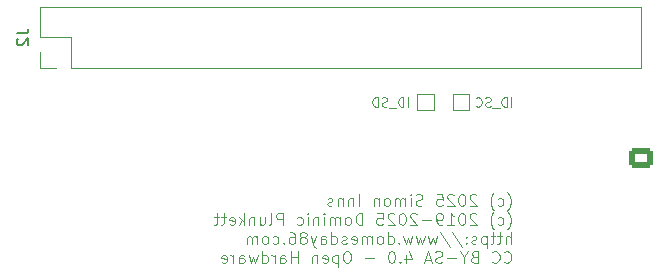
<source format=gbr>
%TF.GenerationSoftware,KiCad,Pcbnew,8.0.8-8.0.8-0~ubuntu24.04.1*%
%TF.CreationDate,2025-02-13T06:57:00+01:00*%
%TF.ProjectId,Acorn_1Mhz_bus_PiZero_interface,41636f72-6e5f-4314-9d68-7a5f6275735f,rev?*%
%TF.SameCoordinates,Original*%
%TF.FileFunction,Legend,Bot*%
%TF.FilePolarity,Positive*%
%FSLAX46Y46*%
G04 Gerber Fmt 4.6, Leading zero omitted, Abs format (unit mm)*
G04 Created by KiCad (PCBNEW 8.0.8-8.0.8-0~ubuntu24.04.1) date 2025-02-13 06:57:00*
%MOMM*%
%LPD*%
G01*
G04 APERTURE LIST*
G04 Aperture macros list*
%AMRoundRect*
0 Rectangle with rounded corners*
0 $1 Rounding radius*
0 $2 $3 $4 $5 $6 $7 $8 $9 X,Y pos of 4 corners*
0 Add a 4 corners polygon primitive as box body*
4,1,4,$2,$3,$4,$5,$6,$7,$8,$9,$2,$3,0*
0 Add four circle primitives for the rounded corners*
1,1,$1+$1,$2,$3*
1,1,$1+$1,$4,$5*
1,1,$1+$1,$6,$7*
1,1,$1+$1,$8,$9*
0 Add four rect primitives between the rounded corners*
20,1,$1+$1,$2,$3,$4,$5,0*
20,1,$1+$1,$4,$5,$6,$7,0*
20,1,$1+$1,$6,$7,$8,$9,0*
20,1,$1+$1,$8,$9,$2,$3,0*%
G04 Aperture macros list end*
%ADD10C,0.100000*%
%ADD11C,0.150000*%
%ADD12C,0.120000*%
%ADD13R,1.700000X1.700000*%
%ADD14O,1.700000X1.700000*%
%ADD15RoundRect,0.250000X-0.750000X0.600000X-0.750000X-0.600000X0.750000X-0.600000X0.750000X0.600000X0*%
%ADD16O,2.000000X1.700000*%
%ADD17RoundRect,0.250000X0.600000X-0.600000X0.600000X0.600000X-0.600000X0.600000X-0.600000X-0.600000X0*%
%ADD18C,1.700000*%
%ADD19R,1.000000X1.000000*%
G04 APERTURE END LIST*
D10*
X146660401Y-118173539D02*
X146708020Y-118125920D01*
X146708020Y-118125920D02*
X146803258Y-117983063D01*
X146803258Y-117983063D02*
X146850877Y-117887825D01*
X146850877Y-117887825D02*
X146898496Y-117744968D01*
X146898496Y-117744968D02*
X146946115Y-117506872D01*
X146946115Y-117506872D02*
X146946115Y-117316396D01*
X146946115Y-117316396D02*
X146898496Y-117078301D01*
X146898496Y-117078301D02*
X146850877Y-116935444D01*
X146850877Y-116935444D02*
X146803258Y-116840206D01*
X146803258Y-116840206D02*
X146708020Y-116697348D01*
X146708020Y-116697348D02*
X146660401Y-116649729D01*
X145850877Y-117744968D02*
X145946115Y-117792587D01*
X145946115Y-117792587D02*
X146136591Y-117792587D01*
X146136591Y-117792587D02*
X146231829Y-117744968D01*
X146231829Y-117744968D02*
X146279448Y-117697348D01*
X146279448Y-117697348D02*
X146327067Y-117602110D01*
X146327067Y-117602110D02*
X146327067Y-117316396D01*
X146327067Y-117316396D02*
X146279448Y-117221158D01*
X146279448Y-117221158D02*
X146231829Y-117173539D01*
X146231829Y-117173539D02*
X146136591Y-117125920D01*
X146136591Y-117125920D02*
X145946115Y-117125920D01*
X145946115Y-117125920D02*
X145850877Y-117173539D01*
X145517543Y-118173539D02*
X145469924Y-118125920D01*
X145469924Y-118125920D02*
X145374686Y-117983063D01*
X145374686Y-117983063D02*
X145327067Y-117887825D01*
X145327067Y-117887825D02*
X145279448Y-117744968D01*
X145279448Y-117744968D02*
X145231829Y-117506872D01*
X145231829Y-117506872D02*
X145231829Y-117316396D01*
X145231829Y-117316396D02*
X145279448Y-117078301D01*
X145279448Y-117078301D02*
X145327067Y-116935444D01*
X145327067Y-116935444D02*
X145374686Y-116840206D01*
X145374686Y-116840206D02*
X145469924Y-116697348D01*
X145469924Y-116697348D02*
X145517543Y-116649729D01*
X144041352Y-116887825D02*
X143993733Y-116840206D01*
X143993733Y-116840206D02*
X143898495Y-116792587D01*
X143898495Y-116792587D02*
X143660400Y-116792587D01*
X143660400Y-116792587D02*
X143565162Y-116840206D01*
X143565162Y-116840206D02*
X143517543Y-116887825D01*
X143517543Y-116887825D02*
X143469924Y-116983063D01*
X143469924Y-116983063D02*
X143469924Y-117078301D01*
X143469924Y-117078301D02*
X143517543Y-117221158D01*
X143517543Y-117221158D02*
X144088971Y-117792587D01*
X144088971Y-117792587D02*
X143469924Y-117792587D01*
X142850876Y-116792587D02*
X142755638Y-116792587D01*
X142755638Y-116792587D02*
X142660400Y-116840206D01*
X142660400Y-116840206D02*
X142612781Y-116887825D01*
X142612781Y-116887825D02*
X142565162Y-116983063D01*
X142565162Y-116983063D02*
X142517543Y-117173539D01*
X142517543Y-117173539D02*
X142517543Y-117411634D01*
X142517543Y-117411634D02*
X142565162Y-117602110D01*
X142565162Y-117602110D02*
X142612781Y-117697348D01*
X142612781Y-117697348D02*
X142660400Y-117744968D01*
X142660400Y-117744968D02*
X142755638Y-117792587D01*
X142755638Y-117792587D02*
X142850876Y-117792587D01*
X142850876Y-117792587D02*
X142946114Y-117744968D01*
X142946114Y-117744968D02*
X142993733Y-117697348D01*
X142993733Y-117697348D02*
X143041352Y-117602110D01*
X143041352Y-117602110D02*
X143088971Y-117411634D01*
X143088971Y-117411634D02*
X143088971Y-117173539D01*
X143088971Y-117173539D02*
X143041352Y-116983063D01*
X143041352Y-116983063D02*
X142993733Y-116887825D01*
X142993733Y-116887825D02*
X142946114Y-116840206D01*
X142946114Y-116840206D02*
X142850876Y-116792587D01*
X142136590Y-116887825D02*
X142088971Y-116840206D01*
X142088971Y-116840206D02*
X141993733Y-116792587D01*
X141993733Y-116792587D02*
X141755638Y-116792587D01*
X141755638Y-116792587D02*
X141660400Y-116840206D01*
X141660400Y-116840206D02*
X141612781Y-116887825D01*
X141612781Y-116887825D02*
X141565162Y-116983063D01*
X141565162Y-116983063D02*
X141565162Y-117078301D01*
X141565162Y-117078301D02*
X141612781Y-117221158D01*
X141612781Y-117221158D02*
X142184209Y-117792587D01*
X142184209Y-117792587D02*
X141565162Y-117792587D01*
X140660400Y-116792587D02*
X141136590Y-116792587D01*
X141136590Y-116792587D02*
X141184209Y-117268777D01*
X141184209Y-117268777D02*
X141136590Y-117221158D01*
X141136590Y-117221158D02*
X141041352Y-117173539D01*
X141041352Y-117173539D02*
X140803257Y-117173539D01*
X140803257Y-117173539D02*
X140708019Y-117221158D01*
X140708019Y-117221158D02*
X140660400Y-117268777D01*
X140660400Y-117268777D02*
X140612781Y-117364015D01*
X140612781Y-117364015D02*
X140612781Y-117602110D01*
X140612781Y-117602110D02*
X140660400Y-117697348D01*
X140660400Y-117697348D02*
X140708019Y-117744968D01*
X140708019Y-117744968D02*
X140803257Y-117792587D01*
X140803257Y-117792587D02*
X141041352Y-117792587D01*
X141041352Y-117792587D02*
X141136590Y-117744968D01*
X141136590Y-117744968D02*
X141184209Y-117697348D01*
X139469923Y-117744968D02*
X139327066Y-117792587D01*
X139327066Y-117792587D02*
X139088971Y-117792587D01*
X139088971Y-117792587D02*
X138993733Y-117744968D01*
X138993733Y-117744968D02*
X138946114Y-117697348D01*
X138946114Y-117697348D02*
X138898495Y-117602110D01*
X138898495Y-117602110D02*
X138898495Y-117506872D01*
X138898495Y-117506872D02*
X138946114Y-117411634D01*
X138946114Y-117411634D02*
X138993733Y-117364015D01*
X138993733Y-117364015D02*
X139088971Y-117316396D01*
X139088971Y-117316396D02*
X139279447Y-117268777D01*
X139279447Y-117268777D02*
X139374685Y-117221158D01*
X139374685Y-117221158D02*
X139422304Y-117173539D01*
X139422304Y-117173539D02*
X139469923Y-117078301D01*
X139469923Y-117078301D02*
X139469923Y-116983063D01*
X139469923Y-116983063D02*
X139422304Y-116887825D01*
X139422304Y-116887825D02*
X139374685Y-116840206D01*
X139374685Y-116840206D02*
X139279447Y-116792587D01*
X139279447Y-116792587D02*
X139041352Y-116792587D01*
X139041352Y-116792587D02*
X138898495Y-116840206D01*
X138469923Y-117792587D02*
X138469923Y-117125920D01*
X138469923Y-116792587D02*
X138517542Y-116840206D01*
X138517542Y-116840206D02*
X138469923Y-116887825D01*
X138469923Y-116887825D02*
X138422304Y-116840206D01*
X138422304Y-116840206D02*
X138469923Y-116792587D01*
X138469923Y-116792587D02*
X138469923Y-116887825D01*
X137993733Y-117792587D02*
X137993733Y-117125920D01*
X137993733Y-117221158D02*
X137946114Y-117173539D01*
X137946114Y-117173539D02*
X137850876Y-117125920D01*
X137850876Y-117125920D02*
X137708019Y-117125920D01*
X137708019Y-117125920D02*
X137612781Y-117173539D01*
X137612781Y-117173539D02*
X137565162Y-117268777D01*
X137565162Y-117268777D02*
X137565162Y-117792587D01*
X137565162Y-117268777D02*
X137517543Y-117173539D01*
X137517543Y-117173539D02*
X137422305Y-117125920D01*
X137422305Y-117125920D02*
X137279448Y-117125920D01*
X137279448Y-117125920D02*
X137184209Y-117173539D01*
X137184209Y-117173539D02*
X137136590Y-117268777D01*
X137136590Y-117268777D02*
X137136590Y-117792587D01*
X136517543Y-117792587D02*
X136612781Y-117744968D01*
X136612781Y-117744968D02*
X136660400Y-117697348D01*
X136660400Y-117697348D02*
X136708019Y-117602110D01*
X136708019Y-117602110D02*
X136708019Y-117316396D01*
X136708019Y-117316396D02*
X136660400Y-117221158D01*
X136660400Y-117221158D02*
X136612781Y-117173539D01*
X136612781Y-117173539D02*
X136517543Y-117125920D01*
X136517543Y-117125920D02*
X136374686Y-117125920D01*
X136374686Y-117125920D02*
X136279448Y-117173539D01*
X136279448Y-117173539D02*
X136231829Y-117221158D01*
X136231829Y-117221158D02*
X136184210Y-117316396D01*
X136184210Y-117316396D02*
X136184210Y-117602110D01*
X136184210Y-117602110D02*
X136231829Y-117697348D01*
X136231829Y-117697348D02*
X136279448Y-117744968D01*
X136279448Y-117744968D02*
X136374686Y-117792587D01*
X136374686Y-117792587D02*
X136517543Y-117792587D01*
X135755638Y-117125920D02*
X135755638Y-117792587D01*
X135755638Y-117221158D02*
X135708019Y-117173539D01*
X135708019Y-117173539D02*
X135612781Y-117125920D01*
X135612781Y-117125920D02*
X135469924Y-117125920D01*
X135469924Y-117125920D02*
X135374686Y-117173539D01*
X135374686Y-117173539D02*
X135327067Y-117268777D01*
X135327067Y-117268777D02*
X135327067Y-117792587D01*
X134088971Y-117792587D02*
X134088971Y-116792587D01*
X133612781Y-117125920D02*
X133612781Y-117792587D01*
X133612781Y-117221158D02*
X133565162Y-117173539D01*
X133565162Y-117173539D02*
X133469924Y-117125920D01*
X133469924Y-117125920D02*
X133327067Y-117125920D01*
X133327067Y-117125920D02*
X133231829Y-117173539D01*
X133231829Y-117173539D02*
X133184210Y-117268777D01*
X133184210Y-117268777D02*
X133184210Y-117792587D01*
X132708019Y-117125920D02*
X132708019Y-117792587D01*
X132708019Y-117221158D02*
X132660400Y-117173539D01*
X132660400Y-117173539D02*
X132565162Y-117125920D01*
X132565162Y-117125920D02*
X132422305Y-117125920D01*
X132422305Y-117125920D02*
X132327067Y-117173539D01*
X132327067Y-117173539D02*
X132279448Y-117268777D01*
X132279448Y-117268777D02*
X132279448Y-117792587D01*
X131850876Y-117744968D02*
X131755638Y-117792587D01*
X131755638Y-117792587D02*
X131565162Y-117792587D01*
X131565162Y-117792587D02*
X131469924Y-117744968D01*
X131469924Y-117744968D02*
X131422305Y-117649729D01*
X131422305Y-117649729D02*
X131422305Y-117602110D01*
X131422305Y-117602110D02*
X131469924Y-117506872D01*
X131469924Y-117506872D02*
X131565162Y-117459253D01*
X131565162Y-117459253D02*
X131708019Y-117459253D01*
X131708019Y-117459253D02*
X131803257Y-117411634D01*
X131803257Y-117411634D02*
X131850876Y-117316396D01*
X131850876Y-117316396D02*
X131850876Y-117268777D01*
X131850876Y-117268777D02*
X131803257Y-117173539D01*
X131803257Y-117173539D02*
X131708019Y-117125920D01*
X131708019Y-117125920D02*
X131565162Y-117125920D01*
X131565162Y-117125920D02*
X131469924Y-117173539D01*
X146660401Y-119783483D02*
X146708020Y-119735864D01*
X146708020Y-119735864D02*
X146803258Y-119593007D01*
X146803258Y-119593007D02*
X146850877Y-119497769D01*
X146850877Y-119497769D02*
X146898496Y-119354912D01*
X146898496Y-119354912D02*
X146946115Y-119116816D01*
X146946115Y-119116816D02*
X146946115Y-118926340D01*
X146946115Y-118926340D02*
X146898496Y-118688245D01*
X146898496Y-118688245D02*
X146850877Y-118545388D01*
X146850877Y-118545388D02*
X146803258Y-118450150D01*
X146803258Y-118450150D02*
X146708020Y-118307292D01*
X146708020Y-118307292D02*
X146660401Y-118259673D01*
X145850877Y-119354912D02*
X145946115Y-119402531D01*
X145946115Y-119402531D02*
X146136591Y-119402531D01*
X146136591Y-119402531D02*
X146231829Y-119354912D01*
X146231829Y-119354912D02*
X146279448Y-119307292D01*
X146279448Y-119307292D02*
X146327067Y-119212054D01*
X146327067Y-119212054D02*
X146327067Y-118926340D01*
X146327067Y-118926340D02*
X146279448Y-118831102D01*
X146279448Y-118831102D02*
X146231829Y-118783483D01*
X146231829Y-118783483D02*
X146136591Y-118735864D01*
X146136591Y-118735864D02*
X145946115Y-118735864D01*
X145946115Y-118735864D02*
X145850877Y-118783483D01*
X145517543Y-119783483D02*
X145469924Y-119735864D01*
X145469924Y-119735864D02*
X145374686Y-119593007D01*
X145374686Y-119593007D02*
X145327067Y-119497769D01*
X145327067Y-119497769D02*
X145279448Y-119354912D01*
X145279448Y-119354912D02*
X145231829Y-119116816D01*
X145231829Y-119116816D02*
X145231829Y-118926340D01*
X145231829Y-118926340D02*
X145279448Y-118688245D01*
X145279448Y-118688245D02*
X145327067Y-118545388D01*
X145327067Y-118545388D02*
X145374686Y-118450150D01*
X145374686Y-118450150D02*
X145469924Y-118307292D01*
X145469924Y-118307292D02*
X145517543Y-118259673D01*
X144041352Y-118497769D02*
X143993733Y-118450150D01*
X143993733Y-118450150D02*
X143898495Y-118402531D01*
X143898495Y-118402531D02*
X143660400Y-118402531D01*
X143660400Y-118402531D02*
X143565162Y-118450150D01*
X143565162Y-118450150D02*
X143517543Y-118497769D01*
X143517543Y-118497769D02*
X143469924Y-118593007D01*
X143469924Y-118593007D02*
X143469924Y-118688245D01*
X143469924Y-118688245D02*
X143517543Y-118831102D01*
X143517543Y-118831102D02*
X144088971Y-119402531D01*
X144088971Y-119402531D02*
X143469924Y-119402531D01*
X142850876Y-118402531D02*
X142755638Y-118402531D01*
X142755638Y-118402531D02*
X142660400Y-118450150D01*
X142660400Y-118450150D02*
X142612781Y-118497769D01*
X142612781Y-118497769D02*
X142565162Y-118593007D01*
X142565162Y-118593007D02*
X142517543Y-118783483D01*
X142517543Y-118783483D02*
X142517543Y-119021578D01*
X142517543Y-119021578D02*
X142565162Y-119212054D01*
X142565162Y-119212054D02*
X142612781Y-119307292D01*
X142612781Y-119307292D02*
X142660400Y-119354912D01*
X142660400Y-119354912D02*
X142755638Y-119402531D01*
X142755638Y-119402531D02*
X142850876Y-119402531D01*
X142850876Y-119402531D02*
X142946114Y-119354912D01*
X142946114Y-119354912D02*
X142993733Y-119307292D01*
X142993733Y-119307292D02*
X143041352Y-119212054D01*
X143041352Y-119212054D02*
X143088971Y-119021578D01*
X143088971Y-119021578D02*
X143088971Y-118783483D01*
X143088971Y-118783483D02*
X143041352Y-118593007D01*
X143041352Y-118593007D02*
X142993733Y-118497769D01*
X142993733Y-118497769D02*
X142946114Y-118450150D01*
X142946114Y-118450150D02*
X142850876Y-118402531D01*
X141565162Y-119402531D02*
X142136590Y-119402531D01*
X141850876Y-119402531D02*
X141850876Y-118402531D01*
X141850876Y-118402531D02*
X141946114Y-118545388D01*
X141946114Y-118545388D02*
X142041352Y-118640626D01*
X142041352Y-118640626D02*
X142136590Y-118688245D01*
X141088971Y-119402531D02*
X140898495Y-119402531D01*
X140898495Y-119402531D02*
X140803257Y-119354912D01*
X140803257Y-119354912D02*
X140755638Y-119307292D01*
X140755638Y-119307292D02*
X140660400Y-119164435D01*
X140660400Y-119164435D02*
X140612781Y-118973959D01*
X140612781Y-118973959D02*
X140612781Y-118593007D01*
X140612781Y-118593007D02*
X140660400Y-118497769D01*
X140660400Y-118497769D02*
X140708019Y-118450150D01*
X140708019Y-118450150D02*
X140803257Y-118402531D01*
X140803257Y-118402531D02*
X140993733Y-118402531D01*
X140993733Y-118402531D02*
X141088971Y-118450150D01*
X141088971Y-118450150D02*
X141136590Y-118497769D01*
X141136590Y-118497769D02*
X141184209Y-118593007D01*
X141184209Y-118593007D02*
X141184209Y-118831102D01*
X141184209Y-118831102D02*
X141136590Y-118926340D01*
X141136590Y-118926340D02*
X141088971Y-118973959D01*
X141088971Y-118973959D02*
X140993733Y-119021578D01*
X140993733Y-119021578D02*
X140803257Y-119021578D01*
X140803257Y-119021578D02*
X140708019Y-118973959D01*
X140708019Y-118973959D02*
X140660400Y-118926340D01*
X140660400Y-118926340D02*
X140612781Y-118831102D01*
X140184209Y-119021578D02*
X139422305Y-119021578D01*
X138993733Y-118497769D02*
X138946114Y-118450150D01*
X138946114Y-118450150D02*
X138850876Y-118402531D01*
X138850876Y-118402531D02*
X138612781Y-118402531D01*
X138612781Y-118402531D02*
X138517543Y-118450150D01*
X138517543Y-118450150D02*
X138469924Y-118497769D01*
X138469924Y-118497769D02*
X138422305Y-118593007D01*
X138422305Y-118593007D02*
X138422305Y-118688245D01*
X138422305Y-118688245D02*
X138469924Y-118831102D01*
X138469924Y-118831102D02*
X139041352Y-119402531D01*
X139041352Y-119402531D02*
X138422305Y-119402531D01*
X137803257Y-118402531D02*
X137708019Y-118402531D01*
X137708019Y-118402531D02*
X137612781Y-118450150D01*
X137612781Y-118450150D02*
X137565162Y-118497769D01*
X137565162Y-118497769D02*
X137517543Y-118593007D01*
X137517543Y-118593007D02*
X137469924Y-118783483D01*
X137469924Y-118783483D02*
X137469924Y-119021578D01*
X137469924Y-119021578D02*
X137517543Y-119212054D01*
X137517543Y-119212054D02*
X137565162Y-119307292D01*
X137565162Y-119307292D02*
X137612781Y-119354912D01*
X137612781Y-119354912D02*
X137708019Y-119402531D01*
X137708019Y-119402531D02*
X137803257Y-119402531D01*
X137803257Y-119402531D02*
X137898495Y-119354912D01*
X137898495Y-119354912D02*
X137946114Y-119307292D01*
X137946114Y-119307292D02*
X137993733Y-119212054D01*
X137993733Y-119212054D02*
X138041352Y-119021578D01*
X138041352Y-119021578D02*
X138041352Y-118783483D01*
X138041352Y-118783483D02*
X137993733Y-118593007D01*
X137993733Y-118593007D02*
X137946114Y-118497769D01*
X137946114Y-118497769D02*
X137898495Y-118450150D01*
X137898495Y-118450150D02*
X137803257Y-118402531D01*
X137088971Y-118497769D02*
X137041352Y-118450150D01*
X137041352Y-118450150D02*
X136946114Y-118402531D01*
X136946114Y-118402531D02*
X136708019Y-118402531D01*
X136708019Y-118402531D02*
X136612781Y-118450150D01*
X136612781Y-118450150D02*
X136565162Y-118497769D01*
X136565162Y-118497769D02*
X136517543Y-118593007D01*
X136517543Y-118593007D02*
X136517543Y-118688245D01*
X136517543Y-118688245D02*
X136565162Y-118831102D01*
X136565162Y-118831102D02*
X137136590Y-119402531D01*
X137136590Y-119402531D02*
X136517543Y-119402531D01*
X135612781Y-118402531D02*
X136088971Y-118402531D01*
X136088971Y-118402531D02*
X136136590Y-118878721D01*
X136136590Y-118878721D02*
X136088971Y-118831102D01*
X136088971Y-118831102D02*
X135993733Y-118783483D01*
X135993733Y-118783483D02*
X135755638Y-118783483D01*
X135755638Y-118783483D02*
X135660400Y-118831102D01*
X135660400Y-118831102D02*
X135612781Y-118878721D01*
X135612781Y-118878721D02*
X135565162Y-118973959D01*
X135565162Y-118973959D02*
X135565162Y-119212054D01*
X135565162Y-119212054D02*
X135612781Y-119307292D01*
X135612781Y-119307292D02*
X135660400Y-119354912D01*
X135660400Y-119354912D02*
X135755638Y-119402531D01*
X135755638Y-119402531D02*
X135993733Y-119402531D01*
X135993733Y-119402531D02*
X136088971Y-119354912D01*
X136088971Y-119354912D02*
X136136590Y-119307292D01*
X134374685Y-119402531D02*
X134374685Y-118402531D01*
X134374685Y-118402531D02*
X134136590Y-118402531D01*
X134136590Y-118402531D02*
X133993733Y-118450150D01*
X133993733Y-118450150D02*
X133898495Y-118545388D01*
X133898495Y-118545388D02*
X133850876Y-118640626D01*
X133850876Y-118640626D02*
X133803257Y-118831102D01*
X133803257Y-118831102D02*
X133803257Y-118973959D01*
X133803257Y-118973959D02*
X133850876Y-119164435D01*
X133850876Y-119164435D02*
X133898495Y-119259673D01*
X133898495Y-119259673D02*
X133993733Y-119354912D01*
X133993733Y-119354912D02*
X134136590Y-119402531D01*
X134136590Y-119402531D02*
X134374685Y-119402531D01*
X133231828Y-119402531D02*
X133327066Y-119354912D01*
X133327066Y-119354912D02*
X133374685Y-119307292D01*
X133374685Y-119307292D02*
X133422304Y-119212054D01*
X133422304Y-119212054D02*
X133422304Y-118926340D01*
X133422304Y-118926340D02*
X133374685Y-118831102D01*
X133374685Y-118831102D02*
X133327066Y-118783483D01*
X133327066Y-118783483D02*
X133231828Y-118735864D01*
X133231828Y-118735864D02*
X133088971Y-118735864D01*
X133088971Y-118735864D02*
X132993733Y-118783483D01*
X132993733Y-118783483D02*
X132946114Y-118831102D01*
X132946114Y-118831102D02*
X132898495Y-118926340D01*
X132898495Y-118926340D02*
X132898495Y-119212054D01*
X132898495Y-119212054D02*
X132946114Y-119307292D01*
X132946114Y-119307292D02*
X132993733Y-119354912D01*
X132993733Y-119354912D02*
X133088971Y-119402531D01*
X133088971Y-119402531D02*
X133231828Y-119402531D01*
X132469923Y-119402531D02*
X132469923Y-118735864D01*
X132469923Y-118831102D02*
X132422304Y-118783483D01*
X132422304Y-118783483D02*
X132327066Y-118735864D01*
X132327066Y-118735864D02*
X132184209Y-118735864D01*
X132184209Y-118735864D02*
X132088971Y-118783483D01*
X132088971Y-118783483D02*
X132041352Y-118878721D01*
X132041352Y-118878721D02*
X132041352Y-119402531D01*
X132041352Y-118878721D02*
X131993733Y-118783483D01*
X131993733Y-118783483D02*
X131898495Y-118735864D01*
X131898495Y-118735864D02*
X131755638Y-118735864D01*
X131755638Y-118735864D02*
X131660399Y-118783483D01*
X131660399Y-118783483D02*
X131612780Y-118878721D01*
X131612780Y-118878721D02*
X131612780Y-119402531D01*
X131136590Y-119402531D02*
X131136590Y-118735864D01*
X131136590Y-118402531D02*
X131184209Y-118450150D01*
X131184209Y-118450150D02*
X131136590Y-118497769D01*
X131136590Y-118497769D02*
X131088971Y-118450150D01*
X131088971Y-118450150D02*
X131136590Y-118402531D01*
X131136590Y-118402531D02*
X131136590Y-118497769D01*
X130660400Y-118735864D02*
X130660400Y-119402531D01*
X130660400Y-118831102D02*
X130612781Y-118783483D01*
X130612781Y-118783483D02*
X130517543Y-118735864D01*
X130517543Y-118735864D02*
X130374686Y-118735864D01*
X130374686Y-118735864D02*
X130279448Y-118783483D01*
X130279448Y-118783483D02*
X130231829Y-118878721D01*
X130231829Y-118878721D02*
X130231829Y-119402531D01*
X129755638Y-119402531D02*
X129755638Y-118735864D01*
X129755638Y-118402531D02*
X129803257Y-118450150D01*
X129803257Y-118450150D02*
X129755638Y-118497769D01*
X129755638Y-118497769D02*
X129708019Y-118450150D01*
X129708019Y-118450150D02*
X129755638Y-118402531D01*
X129755638Y-118402531D02*
X129755638Y-118497769D01*
X128850877Y-119354912D02*
X128946115Y-119402531D01*
X128946115Y-119402531D02*
X129136591Y-119402531D01*
X129136591Y-119402531D02*
X129231829Y-119354912D01*
X129231829Y-119354912D02*
X129279448Y-119307292D01*
X129279448Y-119307292D02*
X129327067Y-119212054D01*
X129327067Y-119212054D02*
X129327067Y-118926340D01*
X129327067Y-118926340D02*
X129279448Y-118831102D01*
X129279448Y-118831102D02*
X129231829Y-118783483D01*
X129231829Y-118783483D02*
X129136591Y-118735864D01*
X129136591Y-118735864D02*
X128946115Y-118735864D01*
X128946115Y-118735864D02*
X128850877Y-118783483D01*
X127660400Y-119402531D02*
X127660400Y-118402531D01*
X127660400Y-118402531D02*
X127279448Y-118402531D01*
X127279448Y-118402531D02*
X127184210Y-118450150D01*
X127184210Y-118450150D02*
X127136591Y-118497769D01*
X127136591Y-118497769D02*
X127088972Y-118593007D01*
X127088972Y-118593007D02*
X127088972Y-118735864D01*
X127088972Y-118735864D02*
X127136591Y-118831102D01*
X127136591Y-118831102D02*
X127184210Y-118878721D01*
X127184210Y-118878721D02*
X127279448Y-118926340D01*
X127279448Y-118926340D02*
X127660400Y-118926340D01*
X126517543Y-119402531D02*
X126612781Y-119354912D01*
X126612781Y-119354912D02*
X126660400Y-119259673D01*
X126660400Y-119259673D02*
X126660400Y-118402531D01*
X125708019Y-118735864D02*
X125708019Y-119402531D01*
X126136590Y-118735864D02*
X126136590Y-119259673D01*
X126136590Y-119259673D02*
X126088971Y-119354912D01*
X126088971Y-119354912D02*
X125993733Y-119402531D01*
X125993733Y-119402531D02*
X125850876Y-119402531D01*
X125850876Y-119402531D02*
X125755638Y-119354912D01*
X125755638Y-119354912D02*
X125708019Y-119307292D01*
X125231828Y-118735864D02*
X125231828Y-119402531D01*
X125231828Y-118831102D02*
X125184209Y-118783483D01*
X125184209Y-118783483D02*
X125088971Y-118735864D01*
X125088971Y-118735864D02*
X124946114Y-118735864D01*
X124946114Y-118735864D02*
X124850876Y-118783483D01*
X124850876Y-118783483D02*
X124803257Y-118878721D01*
X124803257Y-118878721D02*
X124803257Y-119402531D01*
X124327066Y-119402531D02*
X124327066Y-118402531D01*
X124231828Y-119021578D02*
X123946114Y-119402531D01*
X123946114Y-118735864D02*
X124327066Y-119116816D01*
X123136590Y-119354912D02*
X123231828Y-119402531D01*
X123231828Y-119402531D02*
X123422304Y-119402531D01*
X123422304Y-119402531D02*
X123517542Y-119354912D01*
X123517542Y-119354912D02*
X123565161Y-119259673D01*
X123565161Y-119259673D02*
X123565161Y-118878721D01*
X123565161Y-118878721D02*
X123517542Y-118783483D01*
X123517542Y-118783483D02*
X123422304Y-118735864D01*
X123422304Y-118735864D02*
X123231828Y-118735864D01*
X123231828Y-118735864D02*
X123136590Y-118783483D01*
X123136590Y-118783483D02*
X123088971Y-118878721D01*
X123088971Y-118878721D02*
X123088971Y-118973959D01*
X123088971Y-118973959D02*
X123565161Y-119069197D01*
X122803256Y-118735864D02*
X122422304Y-118735864D01*
X122660399Y-118402531D02*
X122660399Y-119259673D01*
X122660399Y-119259673D02*
X122612780Y-119354912D01*
X122612780Y-119354912D02*
X122517542Y-119402531D01*
X122517542Y-119402531D02*
X122422304Y-119402531D01*
X122231827Y-118735864D02*
X121850875Y-118735864D01*
X122088970Y-118402531D02*
X122088970Y-119259673D01*
X122088970Y-119259673D02*
X122041351Y-119354912D01*
X122041351Y-119354912D02*
X121946113Y-119402531D01*
X121946113Y-119402531D02*
X121850875Y-119402531D01*
X146946115Y-121012475D02*
X146946115Y-120012475D01*
X146517544Y-121012475D02*
X146517544Y-120488665D01*
X146517544Y-120488665D02*
X146565163Y-120393427D01*
X146565163Y-120393427D02*
X146660401Y-120345808D01*
X146660401Y-120345808D02*
X146803258Y-120345808D01*
X146803258Y-120345808D02*
X146898496Y-120393427D01*
X146898496Y-120393427D02*
X146946115Y-120441046D01*
X146184210Y-120345808D02*
X145803258Y-120345808D01*
X146041353Y-120012475D02*
X146041353Y-120869617D01*
X146041353Y-120869617D02*
X145993734Y-120964856D01*
X145993734Y-120964856D02*
X145898496Y-121012475D01*
X145898496Y-121012475D02*
X145803258Y-121012475D01*
X145612781Y-120345808D02*
X145231829Y-120345808D01*
X145469924Y-120012475D02*
X145469924Y-120869617D01*
X145469924Y-120869617D02*
X145422305Y-120964856D01*
X145422305Y-120964856D02*
X145327067Y-121012475D01*
X145327067Y-121012475D02*
X145231829Y-121012475D01*
X144898495Y-120345808D02*
X144898495Y-121345808D01*
X144898495Y-120393427D02*
X144803257Y-120345808D01*
X144803257Y-120345808D02*
X144612781Y-120345808D01*
X144612781Y-120345808D02*
X144517543Y-120393427D01*
X144517543Y-120393427D02*
X144469924Y-120441046D01*
X144469924Y-120441046D02*
X144422305Y-120536284D01*
X144422305Y-120536284D02*
X144422305Y-120821998D01*
X144422305Y-120821998D02*
X144469924Y-120917236D01*
X144469924Y-120917236D02*
X144517543Y-120964856D01*
X144517543Y-120964856D02*
X144612781Y-121012475D01*
X144612781Y-121012475D02*
X144803257Y-121012475D01*
X144803257Y-121012475D02*
X144898495Y-120964856D01*
X144041352Y-120964856D02*
X143946114Y-121012475D01*
X143946114Y-121012475D02*
X143755638Y-121012475D01*
X143755638Y-121012475D02*
X143660400Y-120964856D01*
X143660400Y-120964856D02*
X143612781Y-120869617D01*
X143612781Y-120869617D02*
X143612781Y-120821998D01*
X143612781Y-120821998D02*
X143660400Y-120726760D01*
X143660400Y-120726760D02*
X143755638Y-120679141D01*
X143755638Y-120679141D02*
X143898495Y-120679141D01*
X143898495Y-120679141D02*
X143993733Y-120631522D01*
X143993733Y-120631522D02*
X144041352Y-120536284D01*
X144041352Y-120536284D02*
X144041352Y-120488665D01*
X144041352Y-120488665D02*
X143993733Y-120393427D01*
X143993733Y-120393427D02*
X143898495Y-120345808D01*
X143898495Y-120345808D02*
X143755638Y-120345808D01*
X143755638Y-120345808D02*
X143660400Y-120393427D01*
X143184209Y-120917236D02*
X143136590Y-120964856D01*
X143136590Y-120964856D02*
X143184209Y-121012475D01*
X143184209Y-121012475D02*
X143231828Y-120964856D01*
X143231828Y-120964856D02*
X143184209Y-120917236D01*
X143184209Y-120917236D02*
X143184209Y-121012475D01*
X143184209Y-120393427D02*
X143136590Y-120441046D01*
X143136590Y-120441046D02*
X143184209Y-120488665D01*
X143184209Y-120488665D02*
X143231828Y-120441046D01*
X143231828Y-120441046D02*
X143184209Y-120393427D01*
X143184209Y-120393427D02*
X143184209Y-120488665D01*
X141993734Y-119964856D02*
X142850876Y-121250570D01*
X140946115Y-119964856D02*
X141803257Y-121250570D01*
X140708019Y-120345808D02*
X140517543Y-121012475D01*
X140517543Y-121012475D02*
X140327067Y-120536284D01*
X140327067Y-120536284D02*
X140136591Y-121012475D01*
X140136591Y-121012475D02*
X139946115Y-120345808D01*
X139660400Y-120345808D02*
X139469924Y-121012475D01*
X139469924Y-121012475D02*
X139279448Y-120536284D01*
X139279448Y-120536284D02*
X139088972Y-121012475D01*
X139088972Y-121012475D02*
X138898496Y-120345808D01*
X138612781Y-120345808D02*
X138422305Y-121012475D01*
X138422305Y-121012475D02*
X138231829Y-120536284D01*
X138231829Y-120536284D02*
X138041353Y-121012475D01*
X138041353Y-121012475D02*
X137850877Y-120345808D01*
X137469924Y-120917236D02*
X137422305Y-120964856D01*
X137422305Y-120964856D02*
X137469924Y-121012475D01*
X137469924Y-121012475D02*
X137517543Y-120964856D01*
X137517543Y-120964856D02*
X137469924Y-120917236D01*
X137469924Y-120917236D02*
X137469924Y-121012475D01*
X136565163Y-121012475D02*
X136565163Y-120012475D01*
X136565163Y-120964856D02*
X136660401Y-121012475D01*
X136660401Y-121012475D02*
X136850877Y-121012475D01*
X136850877Y-121012475D02*
X136946115Y-120964856D01*
X136946115Y-120964856D02*
X136993734Y-120917236D01*
X136993734Y-120917236D02*
X137041353Y-120821998D01*
X137041353Y-120821998D02*
X137041353Y-120536284D01*
X137041353Y-120536284D02*
X136993734Y-120441046D01*
X136993734Y-120441046D02*
X136946115Y-120393427D01*
X136946115Y-120393427D02*
X136850877Y-120345808D01*
X136850877Y-120345808D02*
X136660401Y-120345808D01*
X136660401Y-120345808D02*
X136565163Y-120393427D01*
X135946115Y-121012475D02*
X136041353Y-120964856D01*
X136041353Y-120964856D02*
X136088972Y-120917236D01*
X136088972Y-120917236D02*
X136136591Y-120821998D01*
X136136591Y-120821998D02*
X136136591Y-120536284D01*
X136136591Y-120536284D02*
X136088972Y-120441046D01*
X136088972Y-120441046D02*
X136041353Y-120393427D01*
X136041353Y-120393427D02*
X135946115Y-120345808D01*
X135946115Y-120345808D02*
X135803258Y-120345808D01*
X135803258Y-120345808D02*
X135708020Y-120393427D01*
X135708020Y-120393427D02*
X135660401Y-120441046D01*
X135660401Y-120441046D02*
X135612782Y-120536284D01*
X135612782Y-120536284D02*
X135612782Y-120821998D01*
X135612782Y-120821998D02*
X135660401Y-120917236D01*
X135660401Y-120917236D02*
X135708020Y-120964856D01*
X135708020Y-120964856D02*
X135803258Y-121012475D01*
X135803258Y-121012475D02*
X135946115Y-121012475D01*
X135184210Y-121012475D02*
X135184210Y-120345808D01*
X135184210Y-120441046D02*
X135136591Y-120393427D01*
X135136591Y-120393427D02*
X135041353Y-120345808D01*
X135041353Y-120345808D02*
X134898496Y-120345808D01*
X134898496Y-120345808D02*
X134803258Y-120393427D01*
X134803258Y-120393427D02*
X134755639Y-120488665D01*
X134755639Y-120488665D02*
X134755639Y-121012475D01*
X134755639Y-120488665D02*
X134708020Y-120393427D01*
X134708020Y-120393427D02*
X134612782Y-120345808D01*
X134612782Y-120345808D02*
X134469925Y-120345808D01*
X134469925Y-120345808D02*
X134374686Y-120393427D01*
X134374686Y-120393427D02*
X134327067Y-120488665D01*
X134327067Y-120488665D02*
X134327067Y-121012475D01*
X133469925Y-120964856D02*
X133565163Y-121012475D01*
X133565163Y-121012475D02*
X133755639Y-121012475D01*
X133755639Y-121012475D02*
X133850877Y-120964856D01*
X133850877Y-120964856D02*
X133898496Y-120869617D01*
X133898496Y-120869617D02*
X133898496Y-120488665D01*
X133898496Y-120488665D02*
X133850877Y-120393427D01*
X133850877Y-120393427D02*
X133755639Y-120345808D01*
X133755639Y-120345808D02*
X133565163Y-120345808D01*
X133565163Y-120345808D02*
X133469925Y-120393427D01*
X133469925Y-120393427D02*
X133422306Y-120488665D01*
X133422306Y-120488665D02*
X133422306Y-120583903D01*
X133422306Y-120583903D02*
X133898496Y-120679141D01*
X133041353Y-120964856D02*
X132946115Y-121012475D01*
X132946115Y-121012475D02*
X132755639Y-121012475D01*
X132755639Y-121012475D02*
X132660401Y-120964856D01*
X132660401Y-120964856D02*
X132612782Y-120869617D01*
X132612782Y-120869617D02*
X132612782Y-120821998D01*
X132612782Y-120821998D02*
X132660401Y-120726760D01*
X132660401Y-120726760D02*
X132755639Y-120679141D01*
X132755639Y-120679141D02*
X132898496Y-120679141D01*
X132898496Y-120679141D02*
X132993734Y-120631522D01*
X132993734Y-120631522D02*
X133041353Y-120536284D01*
X133041353Y-120536284D02*
X133041353Y-120488665D01*
X133041353Y-120488665D02*
X132993734Y-120393427D01*
X132993734Y-120393427D02*
X132898496Y-120345808D01*
X132898496Y-120345808D02*
X132755639Y-120345808D01*
X132755639Y-120345808D02*
X132660401Y-120393427D01*
X131755639Y-121012475D02*
X131755639Y-120012475D01*
X131755639Y-120964856D02*
X131850877Y-121012475D01*
X131850877Y-121012475D02*
X132041353Y-121012475D01*
X132041353Y-121012475D02*
X132136591Y-120964856D01*
X132136591Y-120964856D02*
X132184210Y-120917236D01*
X132184210Y-120917236D02*
X132231829Y-120821998D01*
X132231829Y-120821998D02*
X132231829Y-120536284D01*
X132231829Y-120536284D02*
X132184210Y-120441046D01*
X132184210Y-120441046D02*
X132136591Y-120393427D01*
X132136591Y-120393427D02*
X132041353Y-120345808D01*
X132041353Y-120345808D02*
X131850877Y-120345808D01*
X131850877Y-120345808D02*
X131755639Y-120393427D01*
X130850877Y-121012475D02*
X130850877Y-120488665D01*
X130850877Y-120488665D02*
X130898496Y-120393427D01*
X130898496Y-120393427D02*
X130993734Y-120345808D01*
X130993734Y-120345808D02*
X131184210Y-120345808D01*
X131184210Y-120345808D02*
X131279448Y-120393427D01*
X130850877Y-120964856D02*
X130946115Y-121012475D01*
X130946115Y-121012475D02*
X131184210Y-121012475D01*
X131184210Y-121012475D02*
X131279448Y-120964856D01*
X131279448Y-120964856D02*
X131327067Y-120869617D01*
X131327067Y-120869617D02*
X131327067Y-120774379D01*
X131327067Y-120774379D02*
X131279448Y-120679141D01*
X131279448Y-120679141D02*
X131184210Y-120631522D01*
X131184210Y-120631522D02*
X130946115Y-120631522D01*
X130946115Y-120631522D02*
X130850877Y-120583903D01*
X130469924Y-120345808D02*
X130231829Y-121012475D01*
X129993734Y-120345808D02*
X130231829Y-121012475D01*
X130231829Y-121012475D02*
X130327067Y-121250570D01*
X130327067Y-121250570D02*
X130374686Y-121298189D01*
X130374686Y-121298189D02*
X130469924Y-121345808D01*
X129469924Y-120441046D02*
X129565162Y-120393427D01*
X129565162Y-120393427D02*
X129612781Y-120345808D01*
X129612781Y-120345808D02*
X129660400Y-120250570D01*
X129660400Y-120250570D02*
X129660400Y-120202951D01*
X129660400Y-120202951D02*
X129612781Y-120107713D01*
X129612781Y-120107713D02*
X129565162Y-120060094D01*
X129565162Y-120060094D02*
X129469924Y-120012475D01*
X129469924Y-120012475D02*
X129279448Y-120012475D01*
X129279448Y-120012475D02*
X129184210Y-120060094D01*
X129184210Y-120060094D02*
X129136591Y-120107713D01*
X129136591Y-120107713D02*
X129088972Y-120202951D01*
X129088972Y-120202951D02*
X129088972Y-120250570D01*
X129088972Y-120250570D02*
X129136591Y-120345808D01*
X129136591Y-120345808D02*
X129184210Y-120393427D01*
X129184210Y-120393427D02*
X129279448Y-120441046D01*
X129279448Y-120441046D02*
X129469924Y-120441046D01*
X129469924Y-120441046D02*
X129565162Y-120488665D01*
X129565162Y-120488665D02*
X129612781Y-120536284D01*
X129612781Y-120536284D02*
X129660400Y-120631522D01*
X129660400Y-120631522D02*
X129660400Y-120821998D01*
X129660400Y-120821998D02*
X129612781Y-120917236D01*
X129612781Y-120917236D02*
X129565162Y-120964856D01*
X129565162Y-120964856D02*
X129469924Y-121012475D01*
X129469924Y-121012475D02*
X129279448Y-121012475D01*
X129279448Y-121012475D02*
X129184210Y-120964856D01*
X129184210Y-120964856D02*
X129136591Y-120917236D01*
X129136591Y-120917236D02*
X129088972Y-120821998D01*
X129088972Y-120821998D02*
X129088972Y-120631522D01*
X129088972Y-120631522D02*
X129136591Y-120536284D01*
X129136591Y-120536284D02*
X129184210Y-120488665D01*
X129184210Y-120488665D02*
X129279448Y-120441046D01*
X128231829Y-120012475D02*
X128422305Y-120012475D01*
X128422305Y-120012475D02*
X128517543Y-120060094D01*
X128517543Y-120060094D02*
X128565162Y-120107713D01*
X128565162Y-120107713D02*
X128660400Y-120250570D01*
X128660400Y-120250570D02*
X128708019Y-120441046D01*
X128708019Y-120441046D02*
X128708019Y-120821998D01*
X128708019Y-120821998D02*
X128660400Y-120917236D01*
X128660400Y-120917236D02*
X128612781Y-120964856D01*
X128612781Y-120964856D02*
X128517543Y-121012475D01*
X128517543Y-121012475D02*
X128327067Y-121012475D01*
X128327067Y-121012475D02*
X128231829Y-120964856D01*
X128231829Y-120964856D02*
X128184210Y-120917236D01*
X128184210Y-120917236D02*
X128136591Y-120821998D01*
X128136591Y-120821998D02*
X128136591Y-120583903D01*
X128136591Y-120583903D02*
X128184210Y-120488665D01*
X128184210Y-120488665D02*
X128231829Y-120441046D01*
X128231829Y-120441046D02*
X128327067Y-120393427D01*
X128327067Y-120393427D02*
X128517543Y-120393427D01*
X128517543Y-120393427D02*
X128612781Y-120441046D01*
X128612781Y-120441046D02*
X128660400Y-120488665D01*
X128660400Y-120488665D02*
X128708019Y-120583903D01*
X127708019Y-120917236D02*
X127660400Y-120964856D01*
X127660400Y-120964856D02*
X127708019Y-121012475D01*
X127708019Y-121012475D02*
X127755638Y-120964856D01*
X127755638Y-120964856D02*
X127708019Y-120917236D01*
X127708019Y-120917236D02*
X127708019Y-121012475D01*
X126803258Y-120964856D02*
X126898496Y-121012475D01*
X126898496Y-121012475D02*
X127088972Y-121012475D01*
X127088972Y-121012475D02*
X127184210Y-120964856D01*
X127184210Y-120964856D02*
X127231829Y-120917236D01*
X127231829Y-120917236D02*
X127279448Y-120821998D01*
X127279448Y-120821998D02*
X127279448Y-120536284D01*
X127279448Y-120536284D02*
X127231829Y-120441046D01*
X127231829Y-120441046D02*
X127184210Y-120393427D01*
X127184210Y-120393427D02*
X127088972Y-120345808D01*
X127088972Y-120345808D02*
X126898496Y-120345808D01*
X126898496Y-120345808D02*
X126803258Y-120393427D01*
X126231829Y-121012475D02*
X126327067Y-120964856D01*
X126327067Y-120964856D02*
X126374686Y-120917236D01*
X126374686Y-120917236D02*
X126422305Y-120821998D01*
X126422305Y-120821998D02*
X126422305Y-120536284D01*
X126422305Y-120536284D02*
X126374686Y-120441046D01*
X126374686Y-120441046D02*
X126327067Y-120393427D01*
X126327067Y-120393427D02*
X126231829Y-120345808D01*
X126231829Y-120345808D02*
X126088972Y-120345808D01*
X126088972Y-120345808D02*
X125993734Y-120393427D01*
X125993734Y-120393427D02*
X125946115Y-120441046D01*
X125946115Y-120441046D02*
X125898496Y-120536284D01*
X125898496Y-120536284D02*
X125898496Y-120821998D01*
X125898496Y-120821998D02*
X125946115Y-120917236D01*
X125946115Y-120917236D02*
X125993734Y-120964856D01*
X125993734Y-120964856D02*
X126088972Y-121012475D01*
X126088972Y-121012475D02*
X126231829Y-121012475D01*
X125469924Y-121012475D02*
X125469924Y-120345808D01*
X125469924Y-120441046D02*
X125422305Y-120393427D01*
X125422305Y-120393427D02*
X125327067Y-120345808D01*
X125327067Y-120345808D02*
X125184210Y-120345808D01*
X125184210Y-120345808D02*
X125088972Y-120393427D01*
X125088972Y-120393427D02*
X125041353Y-120488665D01*
X125041353Y-120488665D02*
X125041353Y-121012475D01*
X125041353Y-120488665D02*
X124993734Y-120393427D01*
X124993734Y-120393427D02*
X124898496Y-120345808D01*
X124898496Y-120345808D02*
X124755639Y-120345808D01*
X124755639Y-120345808D02*
X124660400Y-120393427D01*
X124660400Y-120393427D02*
X124612781Y-120488665D01*
X124612781Y-120488665D02*
X124612781Y-121012475D01*
X146374687Y-122527180D02*
X146422306Y-122574800D01*
X146422306Y-122574800D02*
X146565163Y-122622419D01*
X146565163Y-122622419D02*
X146660401Y-122622419D01*
X146660401Y-122622419D02*
X146803258Y-122574800D01*
X146803258Y-122574800D02*
X146898496Y-122479561D01*
X146898496Y-122479561D02*
X146946115Y-122384323D01*
X146946115Y-122384323D02*
X146993734Y-122193847D01*
X146993734Y-122193847D02*
X146993734Y-122050990D01*
X146993734Y-122050990D02*
X146946115Y-121860514D01*
X146946115Y-121860514D02*
X146898496Y-121765276D01*
X146898496Y-121765276D02*
X146803258Y-121670038D01*
X146803258Y-121670038D02*
X146660401Y-121622419D01*
X146660401Y-121622419D02*
X146565163Y-121622419D01*
X146565163Y-121622419D02*
X146422306Y-121670038D01*
X146422306Y-121670038D02*
X146374687Y-121717657D01*
X145374687Y-122527180D02*
X145422306Y-122574800D01*
X145422306Y-122574800D02*
X145565163Y-122622419D01*
X145565163Y-122622419D02*
X145660401Y-122622419D01*
X145660401Y-122622419D02*
X145803258Y-122574800D01*
X145803258Y-122574800D02*
X145898496Y-122479561D01*
X145898496Y-122479561D02*
X145946115Y-122384323D01*
X145946115Y-122384323D02*
X145993734Y-122193847D01*
X145993734Y-122193847D02*
X145993734Y-122050990D01*
X145993734Y-122050990D02*
X145946115Y-121860514D01*
X145946115Y-121860514D02*
X145898496Y-121765276D01*
X145898496Y-121765276D02*
X145803258Y-121670038D01*
X145803258Y-121670038D02*
X145660401Y-121622419D01*
X145660401Y-121622419D02*
X145565163Y-121622419D01*
X145565163Y-121622419D02*
X145422306Y-121670038D01*
X145422306Y-121670038D02*
X145374687Y-121717657D01*
X143850877Y-122098609D02*
X143708020Y-122146228D01*
X143708020Y-122146228D02*
X143660401Y-122193847D01*
X143660401Y-122193847D02*
X143612782Y-122289085D01*
X143612782Y-122289085D02*
X143612782Y-122431942D01*
X143612782Y-122431942D02*
X143660401Y-122527180D01*
X143660401Y-122527180D02*
X143708020Y-122574800D01*
X143708020Y-122574800D02*
X143803258Y-122622419D01*
X143803258Y-122622419D02*
X144184210Y-122622419D01*
X144184210Y-122622419D02*
X144184210Y-121622419D01*
X144184210Y-121622419D02*
X143850877Y-121622419D01*
X143850877Y-121622419D02*
X143755639Y-121670038D01*
X143755639Y-121670038D02*
X143708020Y-121717657D01*
X143708020Y-121717657D02*
X143660401Y-121812895D01*
X143660401Y-121812895D02*
X143660401Y-121908133D01*
X143660401Y-121908133D02*
X143708020Y-122003371D01*
X143708020Y-122003371D02*
X143755639Y-122050990D01*
X143755639Y-122050990D02*
X143850877Y-122098609D01*
X143850877Y-122098609D02*
X144184210Y-122098609D01*
X142993734Y-122146228D02*
X142993734Y-122622419D01*
X143327067Y-121622419D02*
X142993734Y-122146228D01*
X142993734Y-122146228D02*
X142660401Y-121622419D01*
X142327067Y-122241466D02*
X141565163Y-122241466D01*
X141136591Y-122574800D02*
X140993734Y-122622419D01*
X140993734Y-122622419D02*
X140755639Y-122622419D01*
X140755639Y-122622419D02*
X140660401Y-122574800D01*
X140660401Y-122574800D02*
X140612782Y-122527180D01*
X140612782Y-122527180D02*
X140565163Y-122431942D01*
X140565163Y-122431942D02*
X140565163Y-122336704D01*
X140565163Y-122336704D02*
X140612782Y-122241466D01*
X140612782Y-122241466D02*
X140660401Y-122193847D01*
X140660401Y-122193847D02*
X140755639Y-122146228D01*
X140755639Y-122146228D02*
X140946115Y-122098609D01*
X140946115Y-122098609D02*
X141041353Y-122050990D01*
X141041353Y-122050990D02*
X141088972Y-122003371D01*
X141088972Y-122003371D02*
X141136591Y-121908133D01*
X141136591Y-121908133D02*
X141136591Y-121812895D01*
X141136591Y-121812895D02*
X141088972Y-121717657D01*
X141088972Y-121717657D02*
X141041353Y-121670038D01*
X141041353Y-121670038D02*
X140946115Y-121622419D01*
X140946115Y-121622419D02*
X140708020Y-121622419D01*
X140708020Y-121622419D02*
X140565163Y-121670038D01*
X140184210Y-122336704D02*
X139708020Y-122336704D01*
X140279448Y-122622419D02*
X139946115Y-121622419D01*
X139946115Y-121622419D02*
X139612782Y-122622419D01*
X138088972Y-121955752D02*
X138088972Y-122622419D01*
X138327067Y-121574800D02*
X138565162Y-122289085D01*
X138565162Y-122289085D02*
X137946115Y-122289085D01*
X137565162Y-122527180D02*
X137517543Y-122574800D01*
X137517543Y-122574800D02*
X137565162Y-122622419D01*
X137565162Y-122622419D02*
X137612781Y-122574800D01*
X137612781Y-122574800D02*
X137565162Y-122527180D01*
X137565162Y-122527180D02*
X137565162Y-122622419D01*
X136898496Y-121622419D02*
X136803258Y-121622419D01*
X136803258Y-121622419D02*
X136708020Y-121670038D01*
X136708020Y-121670038D02*
X136660401Y-121717657D01*
X136660401Y-121717657D02*
X136612782Y-121812895D01*
X136612782Y-121812895D02*
X136565163Y-122003371D01*
X136565163Y-122003371D02*
X136565163Y-122241466D01*
X136565163Y-122241466D02*
X136612782Y-122431942D01*
X136612782Y-122431942D02*
X136660401Y-122527180D01*
X136660401Y-122527180D02*
X136708020Y-122574800D01*
X136708020Y-122574800D02*
X136803258Y-122622419D01*
X136803258Y-122622419D02*
X136898496Y-122622419D01*
X136898496Y-122622419D02*
X136993734Y-122574800D01*
X136993734Y-122574800D02*
X137041353Y-122527180D01*
X137041353Y-122527180D02*
X137088972Y-122431942D01*
X137088972Y-122431942D02*
X137136591Y-122241466D01*
X137136591Y-122241466D02*
X137136591Y-122003371D01*
X137136591Y-122003371D02*
X137088972Y-121812895D01*
X137088972Y-121812895D02*
X137041353Y-121717657D01*
X137041353Y-121717657D02*
X136993734Y-121670038D01*
X136993734Y-121670038D02*
X136898496Y-121622419D01*
X135374686Y-122241466D02*
X134612782Y-122241466D01*
X133184210Y-121622419D02*
X132993734Y-121622419D01*
X132993734Y-121622419D02*
X132898496Y-121670038D01*
X132898496Y-121670038D02*
X132803258Y-121765276D01*
X132803258Y-121765276D02*
X132755639Y-121955752D01*
X132755639Y-121955752D02*
X132755639Y-122289085D01*
X132755639Y-122289085D02*
X132803258Y-122479561D01*
X132803258Y-122479561D02*
X132898496Y-122574800D01*
X132898496Y-122574800D02*
X132993734Y-122622419D01*
X132993734Y-122622419D02*
X133184210Y-122622419D01*
X133184210Y-122622419D02*
X133279448Y-122574800D01*
X133279448Y-122574800D02*
X133374686Y-122479561D01*
X133374686Y-122479561D02*
X133422305Y-122289085D01*
X133422305Y-122289085D02*
X133422305Y-121955752D01*
X133422305Y-121955752D02*
X133374686Y-121765276D01*
X133374686Y-121765276D02*
X133279448Y-121670038D01*
X133279448Y-121670038D02*
X133184210Y-121622419D01*
X132327067Y-121955752D02*
X132327067Y-122955752D01*
X132327067Y-122003371D02*
X132231829Y-121955752D01*
X132231829Y-121955752D02*
X132041353Y-121955752D01*
X132041353Y-121955752D02*
X131946115Y-122003371D01*
X131946115Y-122003371D02*
X131898496Y-122050990D01*
X131898496Y-122050990D02*
X131850877Y-122146228D01*
X131850877Y-122146228D02*
X131850877Y-122431942D01*
X131850877Y-122431942D02*
X131898496Y-122527180D01*
X131898496Y-122527180D02*
X131946115Y-122574800D01*
X131946115Y-122574800D02*
X132041353Y-122622419D01*
X132041353Y-122622419D02*
X132231829Y-122622419D01*
X132231829Y-122622419D02*
X132327067Y-122574800D01*
X131041353Y-122574800D02*
X131136591Y-122622419D01*
X131136591Y-122622419D02*
X131327067Y-122622419D01*
X131327067Y-122622419D02*
X131422305Y-122574800D01*
X131422305Y-122574800D02*
X131469924Y-122479561D01*
X131469924Y-122479561D02*
X131469924Y-122098609D01*
X131469924Y-122098609D02*
X131422305Y-122003371D01*
X131422305Y-122003371D02*
X131327067Y-121955752D01*
X131327067Y-121955752D02*
X131136591Y-121955752D01*
X131136591Y-121955752D02*
X131041353Y-122003371D01*
X131041353Y-122003371D02*
X130993734Y-122098609D01*
X130993734Y-122098609D02*
X130993734Y-122193847D01*
X130993734Y-122193847D02*
X131469924Y-122289085D01*
X130565162Y-121955752D02*
X130565162Y-122622419D01*
X130565162Y-122050990D02*
X130517543Y-122003371D01*
X130517543Y-122003371D02*
X130422305Y-121955752D01*
X130422305Y-121955752D02*
X130279448Y-121955752D01*
X130279448Y-121955752D02*
X130184210Y-122003371D01*
X130184210Y-122003371D02*
X130136591Y-122098609D01*
X130136591Y-122098609D02*
X130136591Y-122622419D01*
X128898495Y-122622419D02*
X128898495Y-121622419D01*
X128898495Y-122098609D02*
X128327067Y-122098609D01*
X128327067Y-122622419D02*
X128327067Y-121622419D01*
X127422305Y-122622419D02*
X127422305Y-122098609D01*
X127422305Y-122098609D02*
X127469924Y-122003371D01*
X127469924Y-122003371D02*
X127565162Y-121955752D01*
X127565162Y-121955752D02*
X127755638Y-121955752D01*
X127755638Y-121955752D02*
X127850876Y-122003371D01*
X127422305Y-122574800D02*
X127517543Y-122622419D01*
X127517543Y-122622419D02*
X127755638Y-122622419D01*
X127755638Y-122622419D02*
X127850876Y-122574800D01*
X127850876Y-122574800D02*
X127898495Y-122479561D01*
X127898495Y-122479561D02*
X127898495Y-122384323D01*
X127898495Y-122384323D02*
X127850876Y-122289085D01*
X127850876Y-122289085D02*
X127755638Y-122241466D01*
X127755638Y-122241466D02*
X127517543Y-122241466D01*
X127517543Y-122241466D02*
X127422305Y-122193847D01*
X126946114Y-122622419D02*
X126946114Y-121955752D01*
X126946114Y-122146228D02*
X126898495Y-122050990D01*
X126898495Y-122050990D02*
X126850876Y-122003371D01*
X126850876Y-122003371D02*
X126755638Y-121955752D01*
X126755638Y-121955752D02*
X126660400Y-121955752D01*
X125898495Y-122622419D02*
X125898495Y-121622419D01*
X125898495Y-122574800D02*
X125993733Y-122622419D01*
X125993733Y-122622419D02*
X126184209Y-122622419D01*
X126184209Y-122622419D02*
X126279447Y-122574800D01*
X126279447Y-122574800D02*
X126327066Y-122527180D01*
X126327066Y-122527180D02*
X126374685Y-122431942D01*
X126374685Y-122431942D02*
X126374685Y-122146228D01*
X126374685Y-122146228D02*
X126327066Y-122050990D01*
X126327066Y-122050990D02*
X126279447Y-122003371D01*
X126279447Y-122003371D02*
X126184209Y-121955752D01*
X126184209Y-121955752D02*
X125993733Y-121955752D01*
X125993733Y-121955752D02*
X125898495Y-122003371D01*
X125517542Y-121955752D02*
X125327066Y-122622419D01*
X125327066Y-122622419D02*
X125136590Y-122146228D01*
X125136590Y-122146228D02*
X124946114Y-122622419D01*
X124946114Y-122622419D02*
X124755638Y-121955752D01*
X123946114Y-122622419D02*
X123946114Y-122098609D01*
X123946114Y-122098609D02*
X123993733Y-122003371D01*
X123993733Y-122003371D02*
X124088971Y-121955752D01*
X124088971Y-121955752D02*
X124279447Y-121955752D01*
X124279447Y-121955752D02*
X124374685Y-122003371D01*
X123946114Y-122574800D02*
X124041352Y-122622419D01*
X124041352Y-122622419D02*
X124279447Y-122622419D01*
X124279447Y-122622419D02*
X124374685Y-122574800D01*
X124374685Y-122574800D02*
X124422304Y-122479561D01*
X124422304Y-122479561D02*
X124422304Y-122384323D01*
X124422304Y-122384323D02*
X124374685Y-122289085D01*
X124374685Y-122289085D02*
X124279447Y-122241466D01*
X124279447Y-122241466D02*
X124041352Y-122241466D01*
X124041352Y-122241466D02*
X123946114Y-122193847D01*
X123469923Y-122622419D02*
X123469923Y-121955752D01*
X123469923Y-122146228D02*
X123422304Y-122050990D01*
X123422304Y-122050990D02*
X123374685Y-122003371D01*
X123374685Y-122003371D02*
X123279447Y-121955752D01*
X123279447Y-121955752D02*
X123184209Y-121955752D01*
X122469923Y-122574800D02*
X122565161Y-122622419D01*
X122565161Y-122622419D02*
X122755637Y-122622419D01*
X122755637Y-122622419D02*
X122850875Y-122574800D01*
X122850875Y-122574800D02*
X122898494Y-122479561D01*
X122898494Y-122479561D02*
X122898494Y-122098609D01*
X122898494Y-122098609D02*
X122850875Y-122003371D01*
X122850875Y-122003371D02*
X122755637Y-121955752D01*
X122755637Y-121955752D02*
X122565161Y-121955752D01*
X122565161Y-121955752D02*
X122469923Y-122003371D01*
X122469923Y-122003371D02*
X122422304Y-122098609D01*
X122422304Y-122098609D02*
X122422304Y-122193847D01*
X122422304Y-122193847D02*
X122898494Y-122289085D01*
X138243734Y-109396895D02*
X138243734Y-108596895D01*
X137862782Y-109396895D02*
X137862782Y-108596895D01*
X137862782Y-108596895D02*
X137672306Y-108596895D01*
X137672306Y-108596895D02*
X137558020Y-108634990D01*
X137558020Y-108634990D02*
X137481830Y-108711180D01*
X137481830Y-108711180D02*
X137443735Y-108787371D01*
X137443735Y-108787371D02*
X137405639Y-108939752D01*
X137405639Y-108939752D02*
X137405639Y-109054038D01*
X137405639Y-109054038D02*
X137443735Y-109206419D01*
X137443735Y-109206419D02*
X137481830Y-109282609D01*
X137481830Y-109282609D02*
X137558020Y-109358800D01*
X137558020Y-109358800D02*
X137672306Y-109396895D01*
X137672306Y-109396895D02*
X137862782Y-109396895D01*
X137253259Y-109473085D02*
X136643735Y-109473085D01*
X136491354Y-109358800D02*
X136377068Y-109396895D01*
X136377068Y-109396895D02*
X136186592Y-109396895D01*
X136186592Y-109396895D02*
X136110401Y-109358800D01*
X136110401Y-109358800D02*
X136072306Y-109320704D01*
X136072306Y-109320704D02*
X136034211Y-109244514D01*
X136034211Y-109244514D02*
X136034211Y-109168323D01*
X136034211Y-109168323D02*
X136072306Y-109092133D01*
X136072306Y-109092133D02*
X136110401Y-109054038D01*
X136110401Y-109054038D02*
X136186592Y-109015942D01*
X136186592Y-109015942D02*
X136338973Y-108977847D01*
X136338973Y-108977847D02*
X136415163Y-108939752D01*
X136415163Y-108939752D02*
X136453258Y-108901657D01*
X136453258Y-108901657D02*
X136491354Y-108825466D01*
X136491354Y-108825466D02*
X136491354Y-108749276D01*
X136491354Y-108749276D02*
X136453258Y-108673085D01*
X136453258Y-108673085D02*
X136415163Y-108634990D01*
X136415163Y-108634990D02*
X136338973Y-108596895D01*
X136338973Y-108596895D02*
X136148496Y-108596895D01*
X136148496Y-108596895D02*
X136034211Y-108634990D01*
X135691353Y-109396895D02*
X135691353Y-108596895D01*
X135691353Y-108596895D02*
X135500877Y-108596895D01*
X135500877Y-108596895D02*
X135386591Y-108634990D01*
X135386591Y-108634990D02*
X135310401Y-108711180D01*
X135310401Y-108711180D02*
X135272306Y-108787371D01*
X135272306Y-108787371D02*
X135234210Y-108939752D01*
X135234210Y-108939752D02*
X135234210Y-109054038D01*
X135234210Y-109054038D02*
X135272306Y-109206419D01*
X135272306Y-109206419D02*
X135310401Y-109282609D01*
X135310401Y-109282609D02*
X135386591Y-109358800D01*
X135386591Y-109358800D02*
X135500877Y-109396895D01*
X135500877Y-109396895D02*
X135691353Y-109396895D01*
X146993734Y-109396895D02*
X146993734Y-108596895D01*
X146612782Y-109396895D02*
X146612782Y-108596895D01*
X146612782Y-108596895D02*
X146422306Y-108596895D01*
X146422306Y-108596895D02*
X146308020Y-108634990D01*
X146308020Y-108634990D02*
X146231830Y-108711180D01*
X146231830Y-108711180D02*
X146193735Y-108787371D01*
X146193735Y-108787371D02*
X146155639Y-108939752D01*
X146155639Y-108939752D02*
X146155639Y-109054038D01*
X146155639Y-109054038D02*
X146193735Y-109206419D01*
X146193735Y-109206419D02*
X146231830Y-109282609D01*
X146231830Y-109282609D02*
X146308020Y-109358800D01*
X146308020Y-109358800D02*
X146422306Y-109396895D01*
X146422306Y-109396895D02*
X146612782Y-109396895D01*
X146003259Y-109473085D02*
X145393735Y-109473085D01*
X145241354Y-109358800D02*
X145127068Y-109396895D01*
X145127068Y-109396895D02*
X144936592Y-109396895D01*
X144936592Y-109396895D02*
X144860401Y-109358800D01*
X144860401Y-109358800D02*
X144822306Y-109320704D01*
X144822306Y-109320704D02*
X144784211Y-109244514D01*
X144784211Y-109244514D02*
X144784211Y-109168323D01*
X144784211Y-109168323D02*
X144822306Y-109092133D01*
X144822306Y-109092133D02*
X144860401Y-109054038D01*
X144860401Y-109054038D02*
X144936592Y-109015942D01*
X144936592Y-109015942D02*
X145088973Y-108977847D01*
X145088973Y-108977847D02*
X145165163Y-108939752D01*
X145165163Y-108939752D02*
X145203258Y-108901657D01*
X145203258Y-108901657D02*
X145241354Y-108825466D01*
X145241354Y-108825466D02*
X145241354Y-108749276D01*
X145241354Y-108749276D02*
X145203258Y-108673085D01*
X145203258Y-108673085D02*
X145165163Y-108634990D01*
X145165163Y-108634990D02*
X145088973Y-108596895D01*
X145088973Y-108596895D02*
X144898496Y-108596895D01*
X144898496Y-108596895D02*
X144784211Y-108634990D01*
X143984210Y-109320704D02*
X144022306Y-109358800D01*
X144022306Y-109358800D02*
X144136591Y-109396895D01*
X144136591Y-109396895D02*
X144212782Y-109396895D01*
X144212782Y-109396895D02*
X144327068Y-109358800D01*
X144327068Y-109358800D02*
X144403258Y-109282609D01*
X144403258Y-109282609D02*
X144441353Y-109206419D01*
X144441353Y-109206419D02*
X144479449Y-109054038D01*
X144479449Y-109054038D02*
X144479449Y-108939752D01*
X144479449Y-108939752D02*
X144441353Y-108787371D01*
X144441353Y-108787371D02*
X144403258Y-108711180D01*
X144403258Y-108711180D02*
X144327068Y-108634990D01*
X144327068Y-108634990D02*
X144212782Y-108596895D01*
X144212782Y-108596895D02*
X144136591Y-108596895D01*
X144136591Y-108596895D02*
X144022306Y-108634990D01*
X144022306Y-108634990D02*
X143984210Y-108673085D01*
D11*
X105103499Y-103196666D02*
X105817784Y-103196666D01*
X105817784Y-103196666D02*
X105960641Y-103149047D01*
X105960641Y-103149047D02*
X106055880Y-103053809D01*
X106055880Y-103053809D02*
X106103499Y-102910952D01*
X106103499Y-102910952D02*
X106103499Y-102815714D01*
X105198737Y-103625238D02*
X105151118Y-103672857D01*
X105151118Y-103672857D02*
X105103499Y-103768095D01*
X105103499Y-103768095D02*
X105103499Y-104006190D01*
X105103499Y-104006190D02*
X105151118Y-104101428D01*
X105151118Y-104101428D02*
X105198737Y-104149047D01*
X105198737Y-104149047D02*
X105293975Y-104196666D01*
X105293975Y-104196666D02*
X105389213Y-104196666D01*
X105389213Y-104196666D02*
X105532070Y-104149047D01*
X105532070Y-104149047D02*
X106103499Y-103577619D01*
X106103499Y-103577619D02*
X106103499Y-104196666D01*
D12*
%TO.C,TP2*%
X139050000Y-108300000D02*
X140450000Y-108300000D01*
X139050000Y-109700000D02*
X139050000Y-108300000D01*
X140450000Y-108300000D02*
X140450000Y-109700000D01*
X140450000Y-109700000D02*
X139050000Y-109700000D01*
%TO.C,TP1*%
X142050000Y-108300000D02*
X143450000Y-108300000D01*
X142050000Y-109700000D02*
X142050000Y-108300000D01*
X143450000Y-108300000D02*
X143450000Y-109700000D01*
X143450000Y-109700000D02*
X142050000Y-109700000D01*
%TO.C,J2*%
X107088680Y-103530000D02*
X107088680Y-100930000D01*
X107088680Y-106130000D02*
X107088680Y-104800000D01*
X108418680Y-106130000D02*
X107088680Y-106130000D01*
X109688680Y-103530000D02*
X107088680Y-103530000D01*
X109688680Y-106130000D02*
X109688680Y-103530000D01*
X158008680Y-100930000D02*
X107088680Y-100930000D01*
X158008680Y-106130000D02*
X109688680Y-106130000D01*
X158008680Y-106130000D02*
X158008680Y-100930000D01*
%TD*%
%LPC*%
D13*
%TO.C,J5*%
X124500000Y-108750000D03*
D14*
X127040000Y-108750000D03*
X129580000Y-108750000D03*
%TD*%
D13*
%TO.C,J4*%
X102000000Y-108250000D03*
D14*
X104540000Y-108250000D03*
%TD*%
D15*
%TO.C,J6*%
X158000000Y-113750000D03*
D16*
X158000000Y-116250000D03*
%TD*%
D17*
%TO.C,J1*%
X112350000Y-126750000D03*
D18*
X112350000Y-124210000D03*
X114890000Y-126750000D03*
X114890000Y-124210000D03*
X117430000Y-126750000D03*
X117430000Y-124210000D03*
X119970000Y-126750000D03*
X119970000Y-124210000D03*
X122510000Y-126750000D03*
X122510000Y-124210000D03*
X125050000Y-126750000D03*
X125050000Y-124210000D03*
X127590000Y-126750000D03*
X127590000Y-124210000D03*
X130130000Y-126750000D03*
X130130000Y-124210000D03*
X132670000Y-126750000D03*
X132670000Y-124210000D03*
X135210000Y-126750000D03*
X135210000Y-124210000D03*
X137750000Y-126750000D03*
X137750000Y-124210000D03*
X140290000Y-126750000D03*
X140290000Y-124210000D03*
X142830000Y-126750000D03*
X142830000Y-124210000D03*
X145370000Y-126750000D03*
X145370000Y-124210000D03*
X147910000Y-126750000D03*
X147910000Y-124210000D03*
X150450000Y-126750000D03*
X150450000Y-124210000D03*
X152990000Y-126750000D03*
X152990000Y-124210000D03*
%TD*%
D19*
%TO.C,TP2*%
X139750000Y-109000000D03*
%TD*%
%TO.C,TP1*%
X142750000Y-109000000D03*
%TD*%
D13*
%TO.C,J2*%
X108418680Y-104800000D03*
D14*
X108418680Y-102260000D03*
X110958680Y-104800000D03*
X110958680Y-102260000D03*
X113498680Y-104800000D03*
X113498680Y-102260000D03*
X116038680Y-104800000D03*
X116038680Y-102260000D03*
X118578680Y-104800000D03*
X118578680Y-102260000D03*
X121118680Y-104800000D03*
X121118680Y-102260000D03*
X123658680Y-104800000D03*
X123658680Y-102260000D03*
X126198680Y-104800000D03*
X126198680Y-102260000D03*
X128738680Y-104800000D03*
X128738680Y-102260000D03*
X131278680Y-104800000D03*
X131278680Y-102260000D03*
X133818680Y-104800000D03*
X133818680Y-102260000D03*
X136358680Y-104800000D03*
X136358680Y-102260000D03*
X138898680Y-104800000D03*
X138898680Y-102260000D03*
X141438680Y-104800000D03*
X141438680Y-102260000D03*
X143978680Y-104800000D03*
X143978680Y-102260000D03*
X146518680Y-104800000D03*
X146518680Y-102260000D03*
X149058680Y-104800000D03*
X149058680Y-102260000D03*
X151598680Y-104800000D03*
X151598680Y-102260000D03*
X154138680Y-104800000D03*
X154138680Y-102260000D03*
X156678680Y-104800000D03*
X156678680Y-102260000D03*
%TD*%
%LPD*%
M02*

</source>
